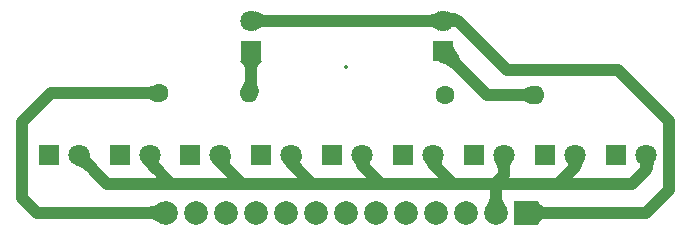
<source format=gtl>
%TF.GenerationSoftware,KiCad,Pcbnew,8.0.1*%
%TF.CreationDate,2024-06-22T15:26:22+02:00*%
%TF.ProjectId,BMW_E30_VFL_SI_Indicator_LED,424d575f-4533-4305-9f56-464c5f53495f,rev?*%
%TF.SameCoordinates,Original*%
%TF.FileFunction,Copper,L1,Top*%
%TF.FilePolarity,Positive*%
%FSLAX46Y46*%
G04 Gerber Fmt 4.6, Leading zero omitted, Abs format (unit mm)*
G04 Created by KiCad (PCBNEW 8.0.1) date 2024-06-22 15:26:22*
%MOMM*%
%LPD*%
G01*
G04 APERTURE LIST*
%TA.AperFunction,ComponentPad*%
%ADD10R,1.800000X1.800000*%
%TD*%
%TA.AperFunction,ComponentPad*%
%ADD11C,1.800000*%
%TD*%
%TA.AperFunction,ComponentPad*%
%ADD12R,2.000000X2.000000*%
%TD*%
%TA.AperFunction,ComponentPad*%
%ADD13C,2.000000*%
%TD*%
%TA.AperFunction,ComponentPad*%
%ADD14C,1.600000*%
%TD*%
%TA.AperFunction,ComponentPad*%
%ADD15O,1.600000X1.600000*%
%TD*%
%TA.AperFunction,Conductor*%
%ADD16C,1.300000*%
%TD*%
%TA.AperFunction,Conductor*%
%ADD17C,1.000000*%
%TD*%
%TA.AperFunction,Conductor*%
%ADD18C,0.600000*%
%TD*%
%ADD19C,0.350000*%
G04 APERTURE END LIST*
D10*
%TO.P,D5,1,K*%
%TO.N,Net-(D5-K)*%
X149125000Y-85500000D03*
D11*
%TO.P,D5,2,A*%
%TO.N,Net-(D1-A)*%
X151665000Y-85500000D03*
%TD*%
D10*
%TO.P,D9,1,K*%
%TO.N,Net-(D9-K)*%
X125125000Y-85500000D03*
D11*
%TO.P,D9,2,A*%
%TO.N,Net-(D1-A)*%
X127665000Y-85500000D03*
%TD*%
D10*
%TO.P,D11,1,K*%
%TO.N,Net-(D11-K)*%
X142250000Y-76650000D03*
D11*
%TO.P,D11,2,A*%
%TO.N,Net-(D10-A)*%
X142250000Y-74110000D03*
%TD*%
D10*
%TO.P,D1,1,K*%
%TO.N,Net-(D1-K)*%
X173125000Y-85500000D03*
D11*
%TO.P,D1,2,A*%
%TO.N,Net-(D1-A)*%
X175665000Y-85500000D03*
%TD*%
D10*
%TO.P,D4,1,K*%
%TO.N,Net-(D4-K)*%
X155125000Y-85500000D03*
D11*
%TO.P,D4,2,A*%
%TO.N,Net-(D1-A)*%
X157665000Y-85500000D03*
%TD*%
D10*
%TO.P,D10,1,K*%
%TO.N,Net-(D10-K)*%
X158525000Y-76675000D03*
D11*
%TO.P,D10,2,A*%
%TO.N,Net-(D10-A)*%
X158525000Y-74135000D03*
%TD*%
D10*
%TO.P,D6,1,K*%
%TO.N,Net-(D6-K)*%
X143125000Y-85500000D03*
D11*
%TO.P,D6,2,A*%
%TO.N,Net-(D1-A)*%
X145665000Y-85500000D03*
%TD*%
D10*
%TO.P,D7,1,K*%
%TO.N,Net-(D7-K)*%
X137125000Y-85500000D03*
D11*
%TO.P,D7,2,A*%
%TO.N,Net-(D1-A)*%
X139665000Y-85500000D03*
%TD*%
D10*
%TO.P,D8,1,K*%
%TO.N,Net-(D8-K)*%
X131125000Y-85500000D03*
D11*
%TO.P,D8,2,A*%
%TO.N,Net-(D1-A)*%
X133665000Y-85500000D03*
%TD*%
D10*
%TO.P,D3,1,K*%
%TO.N,Net-(D3-K)*%
X161125000Y-85500000D03*
D11*
%TO.P,D3,2,A*%
%TO.N,Net-(D1-A)*%
X163665000Y-85500000D03*
%TD*%
D12*
%TO.P,J1,1,GND_BULB*%
%TO.N,Net-(D10-A)*%
X165540000Y-90360000D03*
D13*
%TO.P,J1,2,GND_LED*%
%TO.N,Net-(D1-A)*%
X163000000Y-90360000D03*
%TO.P,J1,3,LED_R3*%
%TO.N,Net-(D1-K)*%
X160460000Y-90360000D03*
%TO.P,J1,4,LED_R2*%
%TO.N,Net-(D2-K)*%
X157920000Y-90360000D03*
%TO.P,J1,5,LED_R1*%
%TO.N,Net-(D3-K)*%
X155380000Y-90360000D03*
%TO.P,J1,6,LED_Y*%
%TO.N,Net-(D4-K)*%
X152840000Y-90360000D03*
%TO.P,J1,7,LED_G5*%
%TO.N,Net-(D5-K)*%
X150300000Y-90360000D03*
%TO.P,J1,8,LED_G4*%
%TO.N,Net-(D6-K)*%
X147760000Y-90360000D03*
%TO.P,J1,9,LED_G3*%
%TO.N,Net-(D7-K)*%
X145220000Y-90360000D03*
%TO.P,J1,10,LED_G2*%
%TO.N,Net-(D8-K)*%
X142680000Y-90360000D03*
%TO.P,J1,11,LED_G1*%
%TO.N,Net-(D9-K)*%
X140140000Y-90360000D03*
%TO.P,J1,12,BULB_INSPECTION*%
%TO.N,Net-(J1-BULB_INSPECTION)*%
X137600000Y-90360000D03*
%TO.P,J1,13,BULB_OILSERVICE*%
%TO.N,Net-(J1-BULB_OILSERVICE)*%
X135060000Y-90360000D03*
%TD*%
D10*
%TO.P,D2,1,K*%
%TO.N,Net-(D2-K)*%
X167125000Y-85500000D03*
D11*
%TO.P,D2,2,A*%
%TO.N,Net-(D1-A)*%
X169665000Y-85500000D03*
%TD*%
D14*
%TO.P,R2,1*%
%TO.N,Net-(J1-BULB_INSPECTION)*%
X158640000Y-80400000D03*
D15*
%TO.P,R2,2*%
%TO.N,Net-(D10-K)*%
X166260000Y-80400000D03*
%TD*%
D14*
%TO.P,R1,1*%
%TO.N,Net-(J1-BULB_OILSERVICE)*%
X134490000Y-80250000D03*
D15*
%TO.P,R1,2*%
%TO.N,Net-(D11-K)*%
X142110000Y-80250000D03*
%TD*%
D16*
%TO.N,Net-(D1-A)*%
X127665000Y-85500000D02*
X127665000Y-85515000D01*
D17*
X141454000Y-87902000D02*
X142470000Y-87902000D01*
X145665000Y-86144000D02*
X147423000Y-87902000D01*
X135485000Y-87902000D02*
X136501000Y-87902000D01*
X139665000Y-86113000D02*
X141454000Y-87902000D01*
X151665000Y-86302000D02*
X153265000Y-87902000D01*
X157665000Y-86206000D02*
X159361000Y-87902000D01*
X147423000Y-87902000D02*
X148439000Y-87902000D01*
X133665000Y-86082000D02*
X135485000Y-87902000D01*
X127665000Y-85500000D02*
X130067000Y-87902000D01*
X133665000Y-85500000D02*
X133665000Y-86082000D01*
X163665000Y-85500000D02*
X163665000Y-87154000D01*
D16*
X145665000Y-85500000D02*
X145665000Y-85515000D01*
D17*
X175665000Y-86772792D02*
X174535792Y-87902000D01*
D16*
X139665000Y-85500000D02*
X139720000Y-85500000D01*
D17*
X153265000Y-87902000D02*
X158599000Y-87902000D01*
X151665000Y-85500000D02*
X151665000Y-86302000D01*
D16*
X151665000Y-85500000D02*
X151665000Y-85515000D01*
D17*
X139665000Y-85500000D02*
X139665000Y-86113000D01*
X136501000Y-87902000D02*
X142470000Y-87902000D01*
X163665000Y-87154000D02*
X162917000Y-87902000D01*
X130067000Y-87902000D02*
X136501000Y-87902000D01*
X157665000Y-85500000D02*
X157665000Y-86206000D01*
X163000000Y-87985000D02*
X163000000Y-90360000D01*
X174535792Y-87902000D02*
X168251000Y-87902000D01*
X175665000Y-85500000D02*
X175665000Y-86772792D01*
D16*
X133665000Y-85500000D02*
X133665000Y-85765000D01*
D17*
X158599000Y-87902000D02*
X162917000Y-87902000D01*
X169665000Y-85500000D02*
X169665000Y-86488000D01*
X142470000Y-87902000D02*
X148439000Y-87902000D01*
X148439000Y-87902000D02*
X153265000Y-87902000D01*
X145665000Y-85500000D02*
X145665000Y-86144000D01*
X168251000Y-87902000D02*
X162917000Y-87902000D01*
X162917000Y-87902000D02*
X163000000Y-87985000D01*
X169665000Y-86488000D02*
X168251000Y-87902000D01*
%TO.N,Net-(J1-BULB_OILSERVICE)*%
X124100000Y-90360000D02*
X135060000Y-90360000D01*
X134490000Y-80250000D02*
X125350000Y-80250000D01*
X125350000Y-80250000D02*
X122900000Y-82700000D01*
X122900000Y-82700000D02*
X122900000Y-89160000D01*
X122900000Y-89160000D02*
X124100000Y-90360000D01*
%TO.N,Net-(D10-K)*%
X162250000Y-80400000D02*
X166260000Y-80400000D01*
X158525000Y-76675000D02*
X162250000Y-80400000D01*
%TO.N,Net-(D10-A)*%
X159818000Y-74135000D02*
X163933000Y-78250000D01*
X174646000Y-90360000D02*
X165540000Y-90360000D01*
X177649000Y-82568000D02*
X177649000Y-88410000D01*
X177649000Y-88410000D02*
X175699000Y-90360000D01*
X173331000Y-78250000D02*
X177649000Y-82568000D01*
X175699000Y-90360000D02*
X174646000Y-90360000D01*
X158500000Y-74110000D02*
X158525000Y-74135000D01*
X142250000Y-74110000D02*
X158500000Y-74110000D01*
X158525000Y-74135000D02*
X159818000Y-74135000D01*
X163933000Y-78250000D02*
X173331000Y-78250000D01*
D18*
%TO.N,Net-(D11-K)*%
X142250000Y-80110000D02*
X142110000Y-80250000D01*
D17*
X142250000Y-76650000D02*
X142250000Y-80110000D01*
%TD*%
%TA.AperFunction,Conductor*%
%TO.N,Net-(D10-A)*%
G36*
X143650000Y-73610000D02*
G01*
X143376853Y-73595848D01*
X143186644Y-73554284D01*
X143027450Y-73486648D01*
X142847348Y-73394276D01*
X142594415Y-73278508D01*
X142249000Y-74110000D01*
X142594415Y-74941492D01*
X142847348Y-74825722D01*
X143027450Y-74733351D01*
X143186644Y-74665714D01*
X143376853Y-74624151D01*
X143650000Y-74610000D01*
X143650000Y-73610000D01*
G37*
%TD.AperFunction*%
%TD*%
%TA.AperFunction,Conductor*%
%TO.N,Net-(D10-A)*%
G36*
X157129973Y-74610000D02*
G01*
X157403050Y-74626695D01*
X157591829Y-74674347D01*
X157749130Y-74749300D01*
X157927775Y-74847899D01*
X158180585Y-74966492D01*
X158526000Y-74135000D01*
X158180585Y-73303508D01*
X157929721Y-73415794D01*
X157749966Y-73501856D01*
X157590581Y-73562423D01*
X157400829Y-73598227D01*
X157129973Y-73610000D01*
X157129973Y-74610000D01*
G37*
%TD.AperFunction*%
%TD*%
%TA.AperFunction,Conductor*%
%TO.N,Net-(J1-BULB_OILSERVICE)*%
G36*
X133210000Y-80750000D02*
G01*
X133459344Y-80756446D01*
X133635987Y-80778904D01*
X133785344Y-80822049D01*
X133952827Y-80890557D01*
X134183853Y-80989104D01*
X134491000Y-80250000D01*
X134183853Y-79510896D01*
X133952827Y-79609442D01*
X133785344Y-79677949D01*
X133635987Y-79721094D01*
X133459344Y-79743552D01*
X133210000Y-79750000D01*
X133210000Y-80750000D01*
G37*
%TD.AperFunction*%
%TD*%
%TA.AperFunction,Conductor*%
%TO.N,Net-(D10-K)*%
G36*
X160132106Y-77575000D02*
G01*
X159990684Y-77368441D01*
X159849263Y-77137883D01*
X159707842Y-76883324D01*
X159566421Y-76604766D01*
X159425000Y-76302208D01*
X158524293Y-76674293D01*
X158152208Y-77575000D01*
X158406766Y-77668421D01*
X158661324Y-77785842D01*
X158915883Y-77927263D01*
X159170441Y-78092684D01*
X159425000Y-78282106D01*
X160132106Y-77575000D01*
G37*
%TD.AperFunction*%
%TD*%
%TA.AperFunction,Conductor*%
%TO.N,Net-(D1-A)*%
G36*
X158533919Y-86367813D02*
G01*
X158419257Y-86201348D01*
X158412229Y-86054757D01*
X158465639Y-85904617D01*
X158532294Y-85727505D01*
X158565000Y-85500000D01*
X157664293Y-85499293D01*
X157028604Y-86136396D01*
X157237069Y-86359454D01*
X157372299Y-86529481D01*
X157483117Y-86681832D01*
X157618346Y-86851860D01*
X157826813Y-87074919D01*
X158533919Y-86367813D01*
G37*
%TD.AperFunction*%
%TD*%
%TA.AperFunction,Conductor*%
%TO.N,Net-(D1-A)*%
G36*
X134637347Y-86347241D02*
G01*
X134514379Y-86184499D01*
X134482006Y-86041584D01*
X134503883Y-85895315D01*
X134543663Y-85722514D01*
X134565000Y-85500000D01*
X133664293Y-85499293D01*
X133028604Y-86136396D01*
X133253389Y-86362877D01*
X133411487Y-86525021D01*
X133547356Y-86665719D01*
X133705454Y-86827864D01*
X133930241Y-87054347D01*
X134637347Y-86347241D01*
G37*
%TD.AperFunction*%
%TD*%
%TA.AperFunction,Conductor*%
%TO.N,Net-(D1-A)*%
G36*
X152453847Y-86383741D02*
G01*
X152344480Y-86213659D01*
X152356930Y-86064883D01*
X152435179Y-85912773D01*
X152523208Y-85732692D01*
X152565000Y-85500000D01*
X151664293Y-85499293D01*
X151028604Y-86136396D01*
X151224912Y-86357280D01*
X151342198Y-86533173D01*
X151433145Y-86694068D01*
X151550432Y-86869961D01*
X151746741Y-87090847D01*
X152453847Y-86383741D01*
G37*
%TD.AperFunction*%
%TD*%
%TA.AperFunction,Conductor*%
%TO.N,Net-(D10-A)*%
G36*
X167040000Y-89860000D02*
G01*
X166939999Y-89802426D01*
X166839999Y-89723639D01*
X166740000Y-89623639D01*
X166640000Y-89502426D01*
X166540000Y-89360000D01*
X165539000Y-90360000D01*
X166540000Y-91360000D01*
X166640000Y-91217573D01*
X166740000Y-91096360D01*
X166839999Y-90996360D01*
X166939999Y-90917573D01*
X167040000Y-90860000D01*
X167040000Y-89860000D01*
G37*
%TD.AperFunction*%
%TD*%
%TA.AperFunction,Conductor*%
%TO.N,Net-(D1-A)*%
G36*
X140611490Y-86352384D02*
G01*
X140490759Y-86188815D01*
X140464743Y-86044888D01*
X140494442Y-85897506D01*
X140540861Y-85723574D01*
X140565000Y-85500000D01*
X139664293Y-85499293D01*
X139028604Y-86136396D01*
X139249248Y-86361961D01*
X139401659Y-86526106D01*
X139531327Y-86669778D01*
X139683739Y-86833924D01*
X139904384Y-87059490D01*
X140611490Y-86352384D01*
G37*
%TD.AperFunction*%
%TD*%
%TA.AperFunction,Conductor*%
%TO.N,Net-(D1-A)*%
G36*
X175928603Y-87216295D02*
G01*
X176161969Y-86937883D01*
X176273456Y-86704148D01*
X176325048Y-86472430D01*
X176378732Y-86200071D01*
X176496492Y-85844415D01*
X175665707Y-85499293D01*
X174833508Y-85844415D01*
X174956538Y-86023961D01*
X175112078Y-86153642D01*
X175244902Y-86260027D01*
X175299784Y-86369686D01*
X175221497Y-86509189D01*
X175928603Y-87216295D01*
G37*
%TD.AperFunction*%
%TD*%
%TA.AperFunction,Conductor*%
%TO.N,Net-(D10-K)*%
G36*
X164980000Y-80900000D02*
G01*
X165229344Y-80906446D01*
X165405987Y-80928904D01*
X165555344Y-80972049D01*
X165722827Y-81040557D01*
X165953853Y-81139104D01*
X166261000Y-80400000D01*
X165953853Y-79660896D01*
X165722827Y-79759442D01*
X165555344Y-79827949D01*
X165405987Y-79871094D01*
X165229344Y-79893552D01*
X164980000Y-79900000D01*
X164980000Y-80900000D01*
G37*
%TD.AperFunction*%
%TD*%
%TA.AperFunction,Conductor*%
%TO.N,Net-(J1-BULB_OILSERVICE)*%
G36*
X133560000Y-90860000D02*
G01*
X133852649Y-90882132D01*
X134052435Y-90943352D01*
X134217627Y-91035894D01*
X134406498Y-91151992D01*
X134677317Y-91283880D01*
X135061000Y-90360000D01*
X134677317Y-89436120D01*
X134406498Y-89568007D01*
X134217627Y-89684105D01*
X134052435Y-89776647D01*
X133852649Y-89837867D01*
X133560000Y-89860000D01*
X133560000Y-90860000D01*
G37*
%TD.AperFunction*%
%TD*%
%TA.AperFunction,Conductor*%
%TO.N,Net-(D1-A)*%
G36*
X162500000Y-88860000D02*
G01*
X162477867Y-89152649D01*
X162416647Y-89352435D01*
X162324105Y-89517627D01*
X162208007Y-89706498D01*
X162076120Y-89977317D01*
X163000000Y-90361000D01*
X163923880Y-89977317D01*
X163791992Y-89706498D01*
X163675894Y-89517627D01*
X163583352Y-89352435D01*
X163522132Y-89152649D01*
X163500000Y-88860000D01*
X162500000Y-88860000D01*
G37*
%TD.AperFunction*%
%TD*%
%TA.AperFunction,Conductor*%
%TO.N,Net-(D11-K)*%
G36*
X141750000Y-78997848D02*
G01*
X141729293Y-79246711D01*
X141672716Y-79415390D01*
X141588581Y-79554237D01*
X141485203Y-79713606D01*
X141370896Y-79943853D01*
X142110000Y-80251000D01*
X142910000Y-80250000D01*
X142893360Y-79938000D01*
X142853680Y-79718354D01*
X142806320Y-79529493D01*
X142766640Y-79309847D01*
X142750000Y-78997848D01*
X141750000Y-78997848D01*
G37*
%TD.AperFunction*%
%TD*%
%TA.AperFunction,Conductor*%
%TO.N,Net-(D11-K)*%
G36*
X142750000Y-78050000D02*
G01*
X142829999Y-77911581D01*
X142909999Y-77792371D01*
X142990000Y-77692371D01*
X143070000Y-77611581D01*
X143150000Y-77550000D01*
X142250000Y-76649000D01*
X141350000Y-77550000D01*
X141429999Y-77611581D01*
X141509999Y-77692371D01*
X141590000Y-77792371D01*
X141670000Y-77911581D01*
X141750000Y-78050000D01*
X142750000Y-78050000D01*
G37*
%TD.AperFunction*%
%TD*%
%TA.AperFunction,Conductor*%
%TO.N,Net-(D1-A)*%
G36*
X129008502Y-86136396D02*
G01*
X128825364Y-85933245D01*
X128720256Y-85769357D01*
X128655516Y-85608964D01*
X128593481Y-85416296D01*
X128496492Y-85155585D01*
X127664293Y-85499293D01*
X127320585Y-86331492D01*
X127581296Y-86428481D01*
X127773964Y-86490516D01*
X127934357Y-86555256D01*
X128098245Y-86660364D01*
X128301396Y-86843502D01*
X129008502Y-86136396D01*
G37*
%TD.AperFunction*%
%TD*%
%TA.AperFunction,Conductor*%
%TO.N,Net-(D10-A)*%
G36*
X160247213Y-73857108D02*
G01*
X159968178Y-73625217D01*
X159732981Y-73517276D01*
X159499521Y-73469919D01*
X159225699Y-73419784D01*
X158869415Y-73303508D01*
X158524293Y-74134293D01*
X158869415Y-74966492D01*
X159051352Y-74840646D01*
X159181935Y-74680608D01*
X159288619Y-74543265D01*
X159398858Y-74485504D01*
X159540108Y-74564213D01*
X160247213Y-73857108D01*
G37*
%TD.AperFunction*%
%TD*%
%TA.AperFunction,Conductor*%
%TO.N,Net-(D1-A)*%
G36*
X146585633Y-86357527D02*
G01*
X146467031Y-86193061D01*
X146447357Y-86048184D01*
X146484921Y-85899786D01*
X146538031Y-85724761D01*
X146565000Y-85500000D01*
X145664293Y-85499293D01*
X145028604Y-86136396D01*
X145245147Y-86361083D01*
X145391852Y-86527210D01*
X145515277Y-86673817D01*
X145661983Y-86839944D01*
X145878527Y-87064633D01*
X146585633Y-86357527D01*
G37*
%TD.AperFunction*%
%TD*%
%TA.AperFunction,Conductor*%
%TO.N,Net-(D1-A)*%
G36*
X164165000Y-86900000D02*
G01*
X164179151Y-86626853D01*
X164220714Y-86436644D01*
X164288351Y-86277450D01*
X164380722Y-86097348D01*
X164496492Y-85844415D01*
X163665000Y-85499000D01*
X162833508Y-85844415D01*
X162949276Y-86097348D01*
X163041648Y-86277450D01*
X163109284Y-86436644D01*
X163150848Y-86626853D01*
X163165000Y-86900000D01*
X164165000Y-86900000D01*
G37*
%TD.AperFunction*%
%TD*%
%TA.AperFunction,Conductor*%
%TO.N,Net-(D1-A)*%
G36*
X169727225Y-87132881D02*
G01*
X169983396Y-86861694D01*
X170144511Y-86649783D01*
X170254467Y-86444619D01*
X170357161Y-86193672D01*
X170496492Y-85844415D01*
X169665707Y-85499293D01*
X168833508Y-85844415D01*
X168918501Y-85992459D01*
X169011835Y-86108727D01*
X169081334Y-86209109D01*
X169094821Y-86309495D01*
X169020119Y-86425775D01*
X169727225Y-87132881D01*
G37*
%TD.AperFunction*%
%TD*%
D19*
X149125000Y-85500000D03*
X151665000Y-85500000D03*
X125125000Y-85500000D03*
X127665000Y-85500000D03*
X142250000Y-76650000D03*
X142250000Y-74110000D03*
X173125000Y-85500000D03*
X175665000Y-85500000D03*
X155125000Y-85500000D03*
X157665000Y-85500000D03*
X158525000Y-76675000D03*
X158525000Y-74135000D03*
X143125000Y-85500000D03*
X145665000Y-85500000D03*
X137125000Y-85500000D03*
X139665000Y-85500000D03*
X131125000Y-85500000D03*
X133665000Y-85500000D03*
X161125000Y-85500000D03*
X163665000Y-85500000D03*
X150300000Y-78000000D03*
X165540000Y-90360000D03*
X163000000Y-90360000D03*
X160460000Y-90360000D03*
X157920000Y-90360000D03*
X155380000Y-90360000D03*
X152840000Y-90360000D03*
X150300000Y-90360000D03*
X147760000Y-90360000D03*
X145220000Y-90360000D03*
X142680000Y-90360000D03*
X140140000Y-90360000D03*
X137600000Y-90360000D03*
X135060000Y-90360000D03*
X167125000Y-85500000D03*
X169665000Y-85500000D03*
X158640000Y-80400000D03*
X166260000Y-80400000D03*
X134490000Y-80250000D03*
X142110000Y-80250000D03*
M02*

</source>
